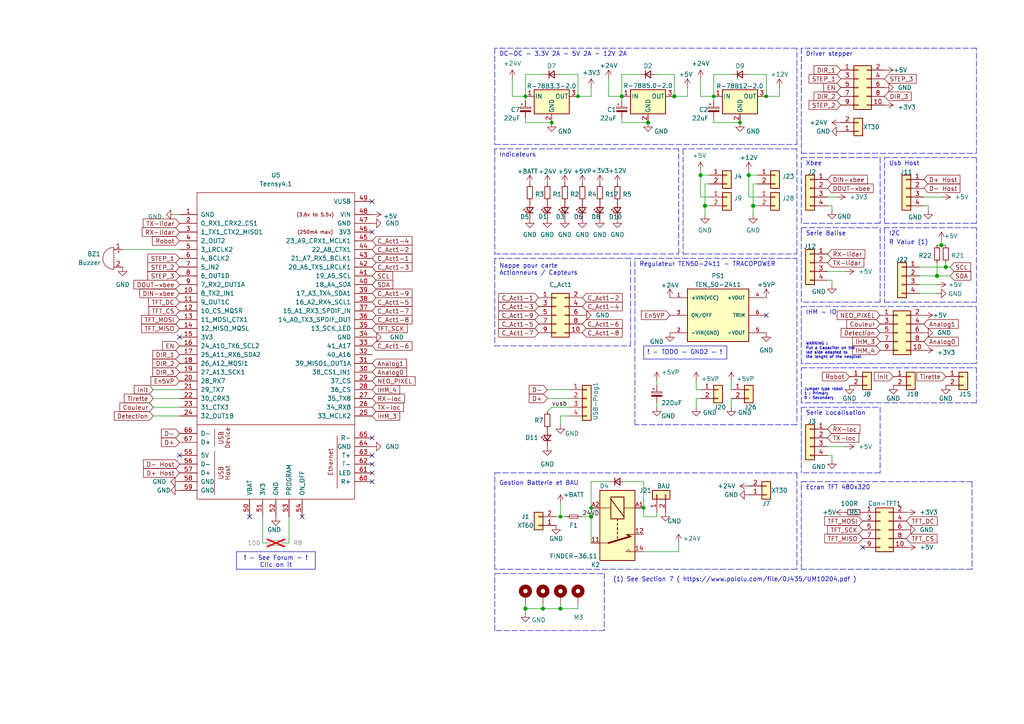
<source format=kicad_sch>
(kicad_sch (version 20230121) (generator eeschema)
  (paper "A4")
  (title_block (title "Main Board 2025") (date "2024-05-16") (rev "1") (company "Les Karibous") (comment 1 "Version Teensy 4.1"))
  (junction (at 204.47 59.69) (diameter 1.016))
  (junction (at 152.4 27.94))
  (junction (at 218.44 59.69) (diameter 1.016))
  (junction (at 162.56 149.86))
  (junction (at 207.01 27.94))
  (junction (at 271.78 80.01) (diameter 1.016))
  (junction (at 186.69 147.32))
  (junction (at 273.05 71.12) (diameter 1.016))
  (junction (at 160.02 35.56))
  (junction (at 222.25 27.94))
  (junction (at 217.17 50.8) (diameter 1.016))
  (junction (at 171.45 147.32))
  (junction (at 180.34 27.94) (diameter 1.016))
  (junction (at 171.45 149.86) (diameter 1.016))
  (junction (at 162.56 176.53) (diameter 1.016))
  (junction (at 157.48 176.53) (diameter 1.016))
  (junction (at 167.64 27.94))
  (junction (at 195.58 27.94) (diameter 1.016))
  (junction (at 187.96 35.56) (diameter 1.016))
  (junction (at 152.4 176.53) (diameter 1.016))
  (junction (at 203.2 50.8) (diameter 1.016))
  (junction (at 214.63 35.56))
  (junction (at 274.32 77.47) (diameter 1.016))
  (no_connect (at 107.95 127))
  (no_connect (at 222.25 91.44))
  (no_connect (at 250.19 158.75))
  (no_connect (at 87.63 149.86))
  (no_connect (at 52.07 132.08))
  (no_connect (at 107.95 58.42))
  (no_connect (at 72.39 149.86))
  (no_connect (at 107.95 67.31))
  (no_connect (at 107.95 134.62))
  (no_connect (at 107.95 137.16))
  (no_connect (at 52.07 97.79))
  (no_connect (at 107.95 132.08))
  (no_connect (at 107.95 139.7))
  (polyline (pts (xy 283.21 88.9) (xy 283.21 105.41)) (stroke (width 0) (type dash)))
  (wire (pts (xy 207.01 35.56) (xy 214.63 35.56)))
  (wire (pts (xy 190.5 21.59) (xy 195.58 21.59)))
  (wire (pts (xy 195.58 21.59) (xy 195.58 27.94)))
  (wire (pts (xy 44.45 120.65) (xy 52.07 120.65)))
  (wire (pts (xy 176.53 22.86) (xy 176.53 27.94)))
  (wire (pts (xy 240.03 132.08) (xy 241.3 132.08)))
  (wire (pts (xy 44.45 113.03) (xy 52.07 113.03)))
  (polyline (pts (xy 256.54 45.72) (xy 283.21 45.72)) (stroke (width 0) (type dash)))
  (polyline (pts (xy 231.14 123.19) (xy 184.15 123.19)) (stroke (width 0) (type dash)))
  (wire (pts (xy 207.01 21.59) (xy 207.01 27.94)))
  (polyline (pts (xy 283.21 116.84) (xy 232.41 116.84)) (stroke (width 0) (type dash)))
  (wire (pts (xy 160.02 118.11) (xy 158.75 119.38)))
  (polyline (pts (xy 175.26 182.88) (xy 143.51 182.88)) (stroke (width 0) (type dash)))
  (wire (pts (xy 203.2 22.86) (xy 203.2 27.94)))
  (wire (pts (xy 267.97 57.15) (xy 273.05 57.15)))
  (wire (pts (xy 271.78 80.01) (xy 275.59 80.01)))
  (wire (pts (xy 267.97 59.69) (xy 269.24 59.69)))
  (wire (pts (xy 186.69 147.32) (xy 186.69 149.86)))
  (polyline (pts (xy 231.14 74.93) (xy 231.14 123.19)) (stroke (width 0) (type dash)))
  (polyline (pts (xy 143.51 74.93) (xy 143.51 100.33)) (stroke (width 0) (type dash)))
  (wire (pts (xy 266.7 82.55) (xy 271.78 82.55)))
  (wire (pts (xy 82.55 157.48) (xy 83.82 157.48)))
  (wire (pts (xy 212.09 115.57) (xy 212.09 118.11)))
  (wire (pts (xy 152.4 34.29) (xy 152.4 35.56)))
  (wire (pts (xy 203.2 27.94) (xy 207.01 27.94)))
  (wire (pts (xy 274.32 76.2) (xy 274.32 77.47)))
  (wire (pts (xy 162.56 175.26) (xy 162.56 176.53)))
  (wire (pts (xy 50.8 62.23) (xy 52.07 62.23)))
  (polyline (pts (xy 232.41 116.84) (xy 232.41 106.68)) (stroke (width 0) (type dash)))
  (wire (pts (xy 217.17 50.8) (xy 217.17 49.53)))
  (wire (pts (xy 219.71 50.8) (xy 217.17 50.8)))
  (polyline (pts (xy 283.21 45.72) (xy 283.21 64.77)) (stroke (width 0) (type dash)))
  (wire (pts (xy 201.93 118.11) (xy 201.93 115.57)))
  (wire (pts (xy 201.93 115.57) (xy 203.2 115.57)))
  (wire (pts (xy 171.45 27.94) (xy 167.64 27.94)))
  (wire (pts (xy 165.1 118.11) (xy 160.02 118.11)))
  (wire (pts (xy 226.06 27.94) (xy 222.25 27.94)))
  (wire (pts (xy 190.5 148.59) (xy 190.5 149.86)))
  (wire (pts (xy 190.5 149.86) (xy 186.69 149.86)))
  (wire (pts (xy 180.34 27.94) (xy 180.34 29.21)))
  (wire (pts (xy 190.5 110.49) (xy 190.5 111.76)))
  (wire (pts (xy 180.34 34.29) (xy 180.34 35.56)))
  (wire (pts (xy 180.34 35.56) (xy 187.96 35.56)))
  (polyline (pts (xy 198.12 43.18) (xy 198.12 73.66)) (stroke (width 0) (type dash)))
  (wire (pts (xy 35.56 72.39) (xy 52.07 72.39)))
  (wire (pts (xy 158.75 113.03) (xy 165.1 113.03)))
  (wire (pts (xy 152.4 35.56) (xy 160.02 35.56)))
  (polyline (pts (xy 256.54 64.77) (xy 256.54 45.72)) (stroke (width 0) (type dash)))
  (wire (pts (xy 167.64 21.59) (xy 167.64 27.94)))
  (polyline (pts (xy 232.41 106.68) (xy 283.21 106.68)) (stroke (width 0) (type dash)))
  (polyline (pts (xy 232.41 139.7) (xy 281.94 139.7)) (stroke (width 0) (type dash)))
  (polyline (pts (xy 143.51 166.37) (xy 175.26 166.37)) (stroke (width 0) (type dash)))
  (wire (pts (xy 222.25 21.59) (xy 222.25 27.94)))
  (wire (pts (xy 76.2 149.86) (xy 76.2 157.48)))
  (wire (pts (xy 44.45 118.11) (xy 52.07 118.11)))
  (wire (pts (xy 203.2 57.15) (xy 203.2 50.8)))
  (wire (pts (xy 157.48 175.26) (xy 157.48 176.53)))
  (polyline (pts (xy 232.41 64.77) (xy 232.41 45.72)) (stroke (width 0) (type dash)))
  (wire (pts (xy 207.01 34.29) (xy 207.01 35.56)))
  (polyline (pts (xy 232.41 165.1) (xy 232.41 139.7)) (stroke (width 0) (type dash)))
  (wire (pts (xy 266.7 85.09) (xy 271.78 85.09)))
  (wire (pts (xy 201.93 113.03) (xy 201.93 110.49)))
  (wire (pts (xy 203.2 113.03) (xy 201.93 113.03)))
  (polyline (pts (xy 196.85 73.66) (xy 196.85 43.18)) (stroke (width 0) (type dash)))
  (wire (pts (xy 83.82 149.86) (xy 83.82 157.48)))
  (wire (pts (xy 76.2 157.48) (xy 77.47 157.48)))
  (polyline (pts (xy 184.15 123.19) (xy 184.15 74.93)) (stroke (width 0) (type dash)))
  (wire (pts (xy 273.05 69.85) (xy 273.05 71.12)))
  (wire (pts (xy 44.45 115.57) (xy 52.07 115.57)))
  (polyline (pts (xy 232.41 45.72) (xy 255.27 45.72)) (stroke (width 0) (type dash)))
  (wire (pts (xy 171.45 25.4) (xy 171.45 27.94)))
  (wire (pts (xy 148.59 27.94) (xy 152.4 27.94)))
  (polyline (pts (xy 184.15 74.93) (xy 231.14 74.93)) (stroke (width 0) (type dash)))
  (polyline (pts (xy 231.14 13.97) (xy 143.51 13.97)) (stroke (width 0) (type dash)))
  (polyline (pts (xy 231.14 41.91) (xy 231.14 13.97)) (stroke (width 0) (type dash)))
  (polyline (pts (xy 143.51 41.91) (xy 231.14 41.91)) (stroke (width 0) (type dash)))
  (polyline (pts (xy 143.51 13.97) (xy 143.51 41.91)) (stroke (width 0) (type dash)))
  (wire (pts (xy 171.45 147.32) (xy 171.45 139.7)))
  (wire (pts (xy 226.06 25.4) (xy 226.06 27.94)))
  (wire (pts (xy 157.48 21.59) (xy 152.4 21.59)))
  (wire (pts (xy 241.3 59.69) (xy 241.3 60.96)))
  (wire (pts (xy 162.56 120.65) (xy 162.56 123.19)))
  (wire (pts (xy 205.74 57.15) (xy 203.2 57.15)))
  (wire (pts (xy 240.03 78.74) (xy 245.11 78.74)))
  (polyline (pts (xy 231.14 43.18) (xy 198.12 43.18)) (stroke (width 0) (type dash)))
  (wire (pts (xy 218.44 59.69) (xy 219.71 59.69)))
  (wire (pts (xy 240.03 129.54) (xy 245.11 129.54)))
  (wire (pts (xy 176.53 27.94) (xy 180.34 27.94)))
  (polyline (pts (xy 232.41 118.11) (xy 232.41 137.16)) (stroke (width 0) (type dash)))
  (wire (pts (xy 152.4 21.59) (xy 152.4 27.94)))
  (wire (pts (xy 269.24 59.69) (xy 269.24 60.96)))
  (wire (pts (xy 205.74 50.8) (xy 203.2 50.8)))
  (polyline (pts (xy 232.41 66.04) (xy 232.41 87.63)) (stroke (width 0) (type dash)))
  (polyline (pts (xy 255.27 66.04) (xy 255.27 87.63)) (stroke (width 0) (type dash)))
  (polyline (pts (xy 232.41 66.04) (xy 255.27 66.04)) (stroke (width 0) (type dash)))
  (polyline (pts (xy 255.27 87.63) (xy 232.41 87.63)) (stroke (width 0) (type dash)))
  (wire (pts (xy 266.7 80.01) (xy 271.78 80.01)))
  (wire (pts (xy 271.78 76.2) (xy 271.78 80.01)))
  (wire (pts (xy 204.47 59.69) (xy 205.74 59.69)))
  (wire (pts (xy 181.61 139.7) (xy 186.69 139.7)))
  (wire (pts (xy 203.2 50.8) (xy 203.2 49.53)))
  (wire (pts (xy 196.85 157.48) (xy 196.85 160.02)))
  (polyline (pts (xy 143.51 43.18) (xy 143.51 73.66)) (stroke (width 0) (type dash)))
  (polyline (pts (xy 143.51 165.1) (xy 143.51 137.16)) (stroke (width 0) (type dash)))
  (polyline (pts (xy 231.14 137.16) (xy 231.14 165.1)) (stroke (width 0) (type dash)))
  (polyline (pts (xy 143.51 137.16) (xy 231.14 137.16)) (stroke (width 0) (type dash)))
  (polyline (pts (xy 231.14 165.1) (xy 143.51 165.1)) (stroke (width 0) (type dash)))
  (polyline (pts (xy 182.88 74.93) (xy 143.51 74.93)) (stroke (width 0) (type dash)))
  (wire (pts (xy 205.74 53.34) (xy 204.47 53.34)))
  (wire (pts (xy 271.78 71.12) (xy 273.05 71.12)))
  (wire (pts (xy 273.05 71.12) (xy 274.32 71.12)))
  (wire (pts (xy 212.09 21.59) (xy 207.01 21.59)))
  (wire (pts (xy 204.47 53.34) (xy 204.47 59.69)))
  (wire (pts (xy 204.47 59.69) (xy 204.47 62.23)))
  (wire (pts (xy 185.42 21.59) (xy 180.34 21.59)))
  (wire (pts (xy 180.34 21.59) (xy 180.34 27.94)))
  (wire (pts (xy 199.39 25.4) (xy 199.39 27.94)))
  (wire (pts (xy 199.39 27.94) (xy 195.58 27.94)))
  (wire (pts (xy 190.5 116.84) (xy 190.5 118.11)))
  (wire (pts (xy 186.69 139.7) (xy 186.69 147.32)))
  (wire (pts (xy 171.45 149.86) (xy 171.45 147.32)))
  (wire (pts (xy 171.45 139.7) (xy 176.53 139.7)))
  (polyline (pts (xy 143.51 100.33) (xy 182.88 100.33)) (stroke (width 0) (type dash)))
  (wire (pts (xy 217.17 57.15) (xy 217.17 50.8)))
  (wire (pts (xy 219.71 57.15) (xy 217.17 57.15)))
  (wire (pts (xy 240.03 81.28) (xy 241.3 81.28)))
  (wire (pts (xy 241.3 81.28) (xy 241.3 82.55)))
  (polyline (pts (xy 281.94 139.7) (xy 281.94 165.1)) (stroke (width 0) (type dash)))
  (polyline (pts (xy 231.14 73.66) (xy 231.14 43.18)) (stroke (width 0) (type dash)))
  (wire (pts (xy 186.69 160.02) (xy 196.85 160.02)))
  (wire (pts (xy 148.59 22.86) (xy 148.59 27.94)))
  (polyline (pts (xy 283.21 106.68) (xy 283.21 116.84)) (stroke (width 0) (type dash)))
  (wire (pts (xy 162.56 149.86) (xy 163.83 149.86)))
  (wire (pts (xy 162.56 146.05) (xy 162.56 149.86)))
  (polyline (pts (xy 283.21 105.41) (xy 232.41 105.41)) (stroke (width 0) (type dash)))
  (polyline (pts (xy 255.27 64.77) (xy 232.41 64.77)) (stroke (width 0) (type dash)))
  (wire (pts (xy 217.17 21.59) (xy 222.25 21.59)))
  (polyline (pts (xy 143.51 73.66) (xy 196.85 73.66)) (stroke (width 0) (type dash)))
  (wire (pts (xy 207.01 27.94) (xy 207.01 29.21)))
  (wire (pts (xy 240.03 57.15) (xy 242.57 57.15)))
  (polyline (pts (xy 232.41 88.9) (xy 283.21 88.9)) (stroke (width 0) (type dash)))
  (polyline (pts (xy 255.27 45.72) (xy 255.27 64.77)) (stroke (width 0) (type dash)))
  (polyline (pts (xy 143.51 182.88) (xy 143.51 166.37)) (stroke (width 0) (type dash)))
  (wire (pts (xy 171.45 149.86) (xy 171.45 157.48)))
  (polyline (pts (xy 182.88 100.33) (xy 182.88 74.93)) (stroke (width 0) (type dash)))
  (wire (pts (xy 168.91 149.86) (xy 171.45 149.86)))
  (wire (pts (xy 162.56 120.65) (xy 165.1 120.65)))
  (wire (pts (xy 152.4 27.94) (xy 152.4 29.21)))
  (wire (pts (xy 212.09 110.49) (xy 212.09 113.03)))
  (polyline (pts (xy 196.85 43.18) (xy 143.51 43.18)) (stroke (width 0) (type dash)))
  (polyline (pts (xy 281.94 165.1) (xy 232.41 165.1)) (stroke (width 0) (type dash)))
  (wire (pts (xy 158.75 115.57) (xy 165.1 115.57)))
  (polyline (pts (xy 283.21 87.63) (xy 283.21 66.04)) (stroke (width 0) (type dash)))
  (polyline (pts (xy 256.54 87.63) (xy 283.21 87.63)) (stroke (width 0) (type dash)))
  (polyline (pts (xy 283.21 66.04) (xy 256.54 66.04)) (stroke (width 0) (type dash)))
  (polyline (pts (xy 256.54 66.04) (xy 256.54 87.63)) (stroke (width 0) (type dash)))
  (wire (pts (xy 274.32 77.47) (xy 275.59 77.47)))
  (wire (pts (xy 266.7 77.47) (xy 274.32 77.47)))
  (wire (pts (xy 240.03 59.69) (xy 241.3 59.69)))
  (polyline (pts (xy 232.41 13.97) (xy 232.41 44.45)) (stroke (width 0) (type dash)))
  (polyline (pts (xy 232.41 44.45) (xy 283.21 44.45)) (stroke (width 0) (type dash)))
  (polyline (pts (xy 283.21 44.45) (xy 283.21 13.97)) (stroke (width 0) (type dash)))
  (polyline (pts (xy 283.21 13.97) (xy 232.41 13.97)) (stroke (width 0) (type dash)))
  (polyline (pts (xy 255.27 137.16) (xy 232.41 137.16)) (stroke (width 0) (type dash)))
  (polyline (pts (xy 198.12 73.66) (xy 231.14 73.66)) (stroke (width 0) (type dash)))
  (polyline (pts (xy 175.26 166.37) (xy 175.26 182.88)) (stroke (width 0) (type dash)))
  (polyline (pts (xy 232.41 118.11) (xy 255.27 118.11)) (stroke (width 0) (type dash)))
  (wire (pts (xy 157.48 176.53) (xy 152.4 176.53)))
  (wire (pts (xy 167.64 175.26) (xy 167.64 176.53)))
  (wire (pts (xy 167.64 176.53) (xy 162.56 176.53)))
  (wire (pts (xy 162.56 176.53) (xy 157.48 176.53)))
  (wire (pts (xy 161.29 149.86) (xy 162.56 149.86)))
  (polyline (pts (xy 283.21 64.77) (xy 256.54 64.77)) (stroke (width 0) (type dash)))
  (polyline (pts (xy 232.41 105.41) (xy 232.41 88.9)) (stroke (width 0) (type dash)))
  (wire (pts (xy 152.4 175.26) (xy 152.4 176.53)))
  (wire (pts (xy 152.4 176.53) (xy 152.4 177.8)))
  (wire (pts (xy 162.56 21.59) (xy 167.64 21.59)))
  (polyline (pts (xy 255.27 118.11) (xy 255.27 137.16)) (stroke (width 0) (type dash)))
  (wire (pts (xy 241.3 132.08) (xy 241.3 133.35)))
  (wire (pts (xy 218.44 53.34) (xy 218.44 59.69)))
  (wire (pts (xy 219.71 53.34) (xy 218.44 53.34)))
  (wire (pts (xy 218.44 59.69) (xy 218.44 62.23)))
  (text_box "! - See Forum - !\nClic on it" (at 68.58 160.02 0) (size 22.86 5.08) (effects (font (size 1.27 1.27)) (justify top)))
  (text_box "! - TODO - GND2 - !" (at 186.69 100.33 0) (size 24.13 3.81) (effects (font (size 1.27 1.27)) (justify left top)))
  (text "Serie Localisation" (at 233.68 120.65 0) (effects (font (size 1.27 1.27)) (justify left bottom)))
  (text "Nappe pour carte\nActionneurs / Capteurs" (at 144.78 80.01 0) (effects (font (size 1.27 1.27)) (justify left bottom)))
  (text "Gestion Batterie et BAU" (at 144.78 140.97 0) (effects (font (size 1.27 1.27)) (justify left bottom)))
  (text "WARNING :\nPut a Capacitor on the \nled side adapted to \nthe lenght of the neopixel" (at 233.68 104.14 0) (effects (font (size 0.8 0.8)) (justify left bottom)))
  (text "Usb Host" (at 257.81 48.26 0) (effects (font (size 1.27 1.27)) (justify left bottom)))
  (text "(1) See Section 7 ( https://www.pololu.com/file/0J435/UM10204.pdf )" (at 177.8 168.91 0) (effects (font (size 1.27 1.27)) (justify left bottom)))
  (text "Serie Balise" (at 233.68 68.58 0) (effects (font (size 1.27 1.27)) (justify left bottom)))
  (text "Jumper type robot\n1 : Primary\n0 : Secondary" (at 233.2093 116.0303 0) (effects (font (size 0.8 0.8)) (justify left bottom)))
  (text "Driver stepper" (at 233.68 16.51 0) (effects (font (size 1.27 1.27)) (justify left bottom)))
  (text "Xbee" (at 233.68 48.26 0) (effects (font (size 1.27 1.27)) (justify left bottom)))
  (text "Ecran TFT 480x320" (at 233.68 142.24 0) (effects (font (size 1.27 1.27)) (justify left bottom)))
  (text "DC-DC - 3.3V 2A - 5V 2A - 12V 2A" (at 144.78 16.51 0) (effects (font (size 1.27 1.27)) (justify left bottom)))
  (text "R Value (1)" (at 257.81 71.12 0) (effects (font (size 1.27 1.27)) (justify left bottom)))
  (text "Regulateur TEN50-2411 - TRACOPOWER" (at 185.42 77.47 0) (effects (font (size 1.27 1.27)) (justify left bottom)))
  (text "Indicateurs" (at 144.78 45.72 0) (effects (font (size 1.27 1.27)) (justify left bottom)))
  (text "IHM - IO" (at 233.68 91.44 0) (effects (font (size 1.27 1.27)) (justify left bottom)))
  (text "I2C" (at 257.81 68.58 0) (effects (font (size 1.27 1.27)) (justify left bottom)))
  (label "vusb" (at 160.02 118.11 0))
  (label "24VD" (at 168.91 149.86 0))
  (global_label "C_Act1-5" (shape input) (at 107.95 87.63 0) (property "Intersheetrefs" "${INTERSHEET_REFS}" (effects hide)))
  (global_label "Couleur" (shape input) (at 255.27 93.98 180) (property "Intersheetrefs" "${INTERSHEET_REFS}" (effects hide)))
  (global_label "EN" (shape input) (at 243.84 25.4 180) (property "Intersheetrefs" "${INTERSHEET_REFS}" (effects hide)))
  (global_label "C_Act1-4" (shape input) (at 168.91 88.9 0) (property "Intersheetrefs" "${INTERSHEET_REFS}" (effects hide)))
  (global_label "NEO_PIXEL" (shape input) (at 255.27 91.44 180) (property "Intersheetrefs" "${INTERSHEET_REFS}" (effects hide)))
  (global_label "C_Act1-3" (shape input) (at 156.21 88.9 180) (property "Intersheetrefs" "${INTERSHEET_REFS}" (effects hide)))
  (global_label "TFT_CS" (shape input) (at 262.89 156.21 0) (property "Intersheetrefs" "${INTERSHEET_REFS}" (effects hide)))
  (global_label "TFT_DC" (shape input) (at 52.07 87.63 180) (property "Intersheetrefs" "${INTERSHEET_REFS}" (effects hide)))
  (global_label "SDA" (shape input) (at 107.95 82.55 0) (property "Intersheetrefs" "${INTERSHEET_REFS}" (effects hide)))
  (global_label "DOUT-xbee" (shape input) (at 240.03 54.61 0) (property "Intersheetrefs" "${INTERSHEET_REFS}" (effects hide)))
  (global_label "SCL" (shape input) (at 275.59 77.47 0) (property "Intersheetrefs" "${INTERSHEET_REFS}" (effects hide)))
  (global_label "RX-lidar" (shape input) (at 52.07 67.31 180) (property "Intersheetrefs" "${INTERSHEET_REFS}" (effects hide)))
  (global_label "DIR_1" (shape input) (at 243.84 20.32 180) (property "Intersheetrefs" "${INTERSHEET_REFS}" (effects hide)))
  (global_label "TFT_CS" (shape input) (at 52.07 90.17 180) (property "Intersheetrefs" "${INTERSHEET_REFS}" (effects hide)))
  (global_label "STEP_2" (shape input) (at 243.84 30.48 180) (property "Intersheetrefs" "${INTERSHEET_REFS}" (effects hide)))
  (global_label "Robot" (shape input) (at 246.38 109.22 180) (property "Intersheetrefs" "${INTERSHEET_REFS}" (effects hide)))
  (global_label "TFT_MISO" (shape input) (at 52.07 95.25 180) (property "Intersheetrefs" "${INTERSHEET_REFS}" (effects hide)))
  (global_label "TFT_MOSI" (shape input) (at 52.07 92.71 180) (property "Intersheetrefs" "${INTERSHEET_REFS}" (effects hide)))
  (global_label "C_Act1-8" (shape input) (at 168.91 96.52 0) (property "Intersheetrefs" "${INTERSHEET_REFS}" (effects hide)))
  (global_label "DIN-xbee" (shape input) (at 240.03 52.07 0) (property "Intersheetrefs" "${INTERSHEET_REFS}" (effects hide)))
  (global_label "Analog1" (shape input) (at 267.97 93.98 0) (property "Intersheetrefs" "${INTERSHEET_REFS}" (effects hide)))
  (global_label "C_Act1-4" (shape input) (at 107.95 69.85 0) (property "Intersheetrefs" "${INTERSHEET_REFS}" (effects hide)))
  (global_label "Analog0" (shape input) (at 267.97 99.06 0) (property "Intersheetrefs" "${INTERSHEET_REFS}" (effects hide)))
  (global_label "STEP_2" (shape input) (at 52.07 77.47 180) (property "Intersheetrefs" "${INTERSHEET_REFS}" (effects hide)))
  (global_label "SDA" (shape input) (at 275.59 80.01 0) (property "Intersheetrefs" "${INTERSHEET_REFS}" (effects hide)))
  (global_label "DIR_1" (shape input) (at 52.07 102.87 180) (property "Intersheetrefs" "${INTERSHEET_REFS}" (effects hide)))
  (global_label "D+" (shape input) (at 158.75 115.57 180) (property "Intersheetrefs" "${INTERSHEET_REFS}" (effects hide)))
  (global_label "STEP_3" (shape input) (at 256.54 22.86 0) (property "Intersheetrefs" "${INTERSHEET_REFS}" (effects hide)))
  (global_label "Init" (shape input) (at 44.45 113.03 180) (property "Intersheetrefs" "${INTERSHEET_REFS}" (effects hide)))
  (global_label "TFT_MISO" (shape input) (at 250.19 156.21 180) (property "Intersheetrefs" "${INTERSHEET_REFS}" (effects hide)))
  (global_label "D+ Host" (shape input) (at 52.07 137.16 180) (property "Intersheetrefs" "${INTERSHEET_REFS}" (effects hide)))
  (global_label "C_Act1-1" (shape input) (at 107.95 74.93 0) (property "Intersheetrefs" "${INTERSHEET_REFS}" (effects hide)))
  (global_label "DIR_3" (shape input) (at 256.54 27.94 0) (property "Intersheetrefs" "${INTERSHEET_REFS}" (effects hide)))
  (global_label "C_Act1-5" (shape input) (at 156.21 93.98 180) (property "Intersheetrefs" "${INTERSHEET_REFS}" (effects hide)))
  (global_label "STEP_3" (shape input) (at 52.07 80.01 180) (property "Intersheetrefs" "${INTERSHEET_REFS}" (effects hide)))
  (global_label "C_Act1-1" (shape input) (at 156.21 86.36 180) (property "Intersheetrefs" "${INTERSHEET_REFS}" (effects hide)))
  (global_label "DIR_3" (shape input) (at 52.07 107.95 180) (property "Intersheetrefs" "${INTERSHEET_REFS}" (effects hide)))
  (global_label "Init" (shape input) (at 259.08 109.22 180) (property "Intersheetrefs" "${INTERSHEET_REFS}" (effects hide)))
  (global_label "Analog1" (shape input) (at 107.95 105.41 0) (property "Intersheetrefs" "${INTERSHEET_REFS}" (effects hide)))
  (global_label "C_Act1-7" (shape input) (at 107.95 90.17 0) (property "Intersheetrefs" "${INTERSHEET_REFS}" (effects hide)))
  (global_label "TFT_SCK" (shape input) (at 107.95 95.25 0) (property "Intersheetrefs" "${INTERSHEET_REFS}" (effects hide)))
  (global_label "DIR_2" (shape input) (at 243.84 27.94 180) (property "Intersheetrefs" "${INTERSHEET_REFS}" (effects hide)))
  (global_label "IHM_3" (shape input) (at 255.27 99.06 180) (property "Intersheetrefs" "${INTERSHEET_REFS}" (effects hide)))
  (global_label "Detection" (shape input) (at 44.45 120.65 180) (property "Intersheetrefs" "${INTERSHEET_REFS}" (effects hide)))
  (global_label "D- Host" (shape input) (at 267.97 54.61 0) (property "Intersheetrefs" "${INTERSHEET_REFS}" (effects hide)))
  (global_label "C_Act1-6" (shape input) (at 168.91 93.98 0) (property "Intersheetrefs" "${INTERSHEET_REFS}" (effects hide)))
  (global_label "TX-loc" (shape input) (at 240.03 127 0) (property "Intersheetrefs" "${INTERSHEET_REFS}" (effects hide)))
  (global_label "EN" (shape input) (at 52.07 100.33 180) (property "Intersheetrefs" "${INTERSHEET_REFS}" (effects hide)))
  (global_label "IHM_3" (shape input) (at 107.95 120.65 0) (property "Intersheetrefs" "${INTERSHEET_REFS}" (effects hide)))
  (global_label "TFT_MOSI" (shape input) (at 250.19 151.13 180) (property "Intersheetrefs" "${INTERSHEET_REFS}" (effects hide)))
  (global_label "En5VP" (shape input) (at 52.07 110.49 180) (property "Intersheetrefs" "${INTERSHEET_REFS}" (effects hide)))
  (global_label "D-" (shape input) (at 158.75 113.03 180) (property "Intersheetrefs" "${INTERSHEET_REFS}" (effects hide)))
  (global_label "IHM_4" (shape input) (at 255.27 101.6 180) (property "Intersheetrefs" "${INTERSHEET_REFS}" (effects hide)))
  (global_label "TFT_SCK" (shape input) (at 250.19 153.67 180) (property "Intersheetrefs" "${INTERSHEET_REFS}" (effects hide)))
  (global_label "C_Act1-3" (shape input) (at 107.95 77.47 0) (property "Intersheetrefs" "${INTERSHEET_REFS}" (effects hide)))
  (global_label "C_Act1-9" (shape input) (at 156.21 91.44 180) (property "Intersheetrefs" "${INTERSHEET_REFS}" (effects hide)))
  (global_label "RX-loc" (shape input) (at 240.03 124.46 0) (property "Intersheetrefs" "${INTERSHEET_REFS}" (effects hide)))
  (global_label "IHM_4" (shape input) (at 107.95 113.03 0) (property "Intersheetrefs" "${INTERSHEET_REFS}" (effects hide)))
  (global_label "C_Act1-2" (shape input) (at 168.91 86.36 0) (property "Intersheetrefs" "${INTERSHEET_REFS}" (effects hide)))
  (global_label "RX-loc" (shape input) (at 107.95 115.57 0) (property "Intersheetrefs" "${INTERSHEET_REFS}" (effects hide)))
  (global_label "STEP_1" (shape input) (at 243.84 22.86 180) (property "Intersheetrefs" "${INTERSHEET_REFS}" (effects hide)))
  (global_label "TX-loc" (shape input) (at 107.95 118.11 0) (property "Intersheetrefs" "${INTERSHEET_REFS}" (effects hide)))
  (global_label "DIR_2" (shape input) (at 52.07 105.41 180) (property "Intersheetrefs" "${INTERSHEET_REFS}" (effects hide)))
  (global_label "D-" (shape input) (at 52.07 125.73 180) (property "Intersheetrefs" "${INTERSHEET_REFS}" (effects hide)))
  (global_label "DIN-xbee" (shape input) (at 52.07 85.09 180) (property "Intersheetrefs" "${INTERSHEET_REFS}" (effects hide)))
  (global_label "TX-lidar" (shape input) (at 52.07 64.77 180) (property "Intersheetrefs" "${INTERSHEET_REFS}" (effects hide)))
  (global_label "RX-lidar" (shape input) (at 240.03 73.66 0) (property "Intersheetrefs" "${INTERSHEET_REFS}" (effects hide)))
  (global_label "SCL" (shape input) (at 107.95 80.01 0) (property "Intersheetrefs" "${INTERSHEET_REFS}" (effects hide)))
  (global_label "Robot" (shape input) (at 52.07 69.85 180) (property "Intersheetrefs" "${INTERSHEET_REFS}" (effects hide)))
  (global_label "DOUT-xbee" (shape input) (at 52.07 82.55 180) (property "Intersheetrefs" "${INTERSHEET_REFS}" (effects hide)))
  (global_label "C_Act1-8" (shape input) (at 107.95 92.71 0) (property "Intersheetrefs" "${INTERSHEET_REFS}" (effects hide)))
  (global_label "C_Act1-6" (shape input) (at 107.95 100.33 0) (property "Intersheetrefs" "${INTERSHEET_REFS}" (effects hide)))
  (global_label "C_Act1-7" (shape input) (at 156.21 96.52 180) (property "Intersheetrefs" "${INTERSHEET_REFS}" (effects hide)))
  (global_label "TFT_DC" (shape input) (at 262.89 151.13 0) (property "Intersheetrefs" "${INTERSHEET_REFS}" (effects hide)))
  (global_label "NEO_PIXEL" (shape input) (at 107.95 110.49 0) (property "Intersheetrefs" "${INTERSHEET_REFS}" (effects hide)))
  (global_label "TX-lidar" (shape input) (at 240.03 76.2 0) (property "Intersheetrefs" "${INTERSHEET_REFS}" (effects hide)))
  (global_label "STEP_1" (shape input) (at 52.07 74.93 180) (property "Intersheetrefs" "${INTERSHEET_REFS}" (effects hide)))
  (global_label "C_Act1-2" (shape input) (at 107.95 72.39 0) (property "Intersheetrefs" "${INTERSHEET_REFS}" (effects hide)))
  (global_label "D- Host" (shape input) (at 52.07 134.62 180) (property "Intersheetrefs" "${INTERSHEET_REFS}" (effects hide)))
  (global_label "Tirette" (shape input) (at 274.32 109.22 180) (property "Intersheetrefs" "${INTERSHEET_REFS}" (effects hide)))
  (global_label "Tirette" (shape input) (at 44.45 115.57 180) (property "Intersheetrefs" "${INTERSHEET_REFS}" (effects hide)))
  (global_label "En5VP" (shape input) (at 194.31 91.44 180) (property "Intersheetrefs" "${INTERSHEET_REFS}" (effects hide)))
  (global_label "Couleur" (shape input) (at 44.45 118.11 180) (property "Intersheetrefs" "${INTERSHEET_REFS}" (effects hide)))
  (global_label "D+" (shape input) (at 52.07 128.27 180) (property "Intersheetrefs" "${INTERSHEET_REFS}" (effects hide)))
  (global_label "Detection" (shape input) (at 255.27 96.52 180) (property "Intersheetrefs" "${INTERSHEET_REFS}" (effects hide)))
  (global_label "D+ Host" (shape input) (at 267.97 52.07 0) (property "Intersheetrefs" "${INTERSHEET_REFS}" (effects hide)))
  (global_label "Analog0" (shape input) (at 107.95 107.95 0) (property "Intersheetrefs" "${INTERSHEET_REFS}" (effects hide)))
  (global_label "C_Act1-9" (shape input) (at 107.95 85.09 0) (property "Intersheetrefs" "${INTERSHEET_REFS}" (effects hide)))
  (symbol (lib_id "Connector_Generic:Conn_02x05_Odd_Even") (at 260.35 96.52 0) (unit 1)
    (property "Reference" "IHM-IO1" (effects hide))
    (property "Value" "Conn_02x05_Odd_Even" (effects hide))
    (property "Footprint" "Connector_IDC:IDC-Header_2x05_P2.54mm_Vertical" (effects hide))
  )
  (symbol (lib_id "power:GND") (at 173.99 63.5 0) (unit 1)
    (property "Reference" "#PWR0178" (effects hide))
    (property "Value" "GND" (at 173.99 68.0626 0))
  )
  (symbol (lib_id "power:GND") (at 214.63 35.56 0) (unit 1)
    (property "Reference" "#PWR07" (effects hide))
    (property "Value" "GND" (at 218.44 38.1 0))
  )
  (symbol (lib_id "power:+24V") (at 158.75 53.34 0) (unit 1)
    (property "Reference" "#PWR0152" (effects hide))
    (property "Value" "+24V" (at 158.75 49.7354 0))
  )
  (symbol (lib_id "power:GND") (at 218.44 62.23 0) (unit 1)
    (property "Reference" "#PWR0137" (effects hide))
    (property "Value" "GND" (at 218.44 66.7926 0))
  )
  (symbol (lib_id "power:GND") (at 163.83 63.5 0) (unit 1)
    (property "Reference" "#PWR0151" (effects hide))
    (property "Value" "GND" (at 163.83 68.0626 0))
  )
  (symbol (lib_id "power:GND") (at 267.97 96.52 90) (unit 1)
    (property "Reference" "#PWR04" (effects hide))
    (property "Value" "GND" (at 271.78 96.52 90) (effects (justify right)))
  )
  (symbol (lib_id "Device:LED_Small") (at 163.83 60.96 90) (unit 1)
    (property "Reference" "D3" (at 161.1577 62.8767 90) (effects (justify right)))
    (property "Value" "LED_Small" (effects hide))
    (property "Footprint" "LED_SMD:LED_1206_3216Metric_Pad1.42x1.75mm_HandSolder" (effects hide))
  )
  (symbol (lib_id "power:GND") (at 179.07 63.5 0) (unit 1)
    (property "Reference" "#PWR025" (effects hide))
    (property "Value" "GND" (at 179.07 68.0626 0))
  )
  (symbol (lib_id "Device:R_Small") (at 80.01 157.48 270) (unit 1) (dnp yes)
    (property "Reference" "R8" (at 86.36 157.48 90))
    (property "Value" "100" (at 73.66 157.48 90))
    (property "Footprint" "Resistor_SMD:R_1206_3216Metric_Pad1.30x1.75mm_HandSolder" (effects hide))
    (property "Datasheet" "https://forum.pjrc.com/index.php?threads/teensy-3-6-jumping-into-bootloader-while-running-code.60368/" (effects hide))
  )
  (symbol (lib_id "power:GND") (at 193.04 148.59 0) (unit 1)
    (property "Reference" "#PWR0143" (effects hide))
    (property "Value" "GND" (at 195.58 151.13 0))
  )
  (symbol (lib_id "power:+5V") (at 245.11 148.59 90) (unit 1)
    (property "Reference" "#PWR017" (effects hide))
    (property "Value" "+5V" (at 242.57 148.59 90) (effects (justify left)))
  )
  (symbol (lib_id "Device:R_Small") (at 163.83 55.88 180) (unit 1)
    (property "Reference" "R2" (at 165.3287 56.359 0) (effects (justify right)))
    (property "Value" "R_Small" (effects hide))
    (property "Footprint" "Resistor_SMD:R_1206_3216Metric_Pad1.30x1.75mm_HandSolder" (effects hide))
  )
  (symbol (lib_id "power:GND") (at 158.75 63.5 0) (unit 1)
    (property "Reference" "#PWR0106" (effects hide))
    (property "Value" "GND" (at 158.75 68.0626 0))
  )
  (symbol (lib_id "Device:LED_Small") (at 158.75 60.96 90) (unit 1)
    (property "Reference" "D1" (at 156.0958 62.8111 90) (effects (justify right)))
    (property "Value" "LED_Small" (effects hide))
    (property "Footprint" "LED_SMD:LED_1206_3216Metric_Pad1.42x1.75mm_HandSolder" (effects hide))
  )
  (symbol (lib_id "power:+24V") (at 196.85 157.48 0) (unit 1)
    (property "Reference" "#PWR0157" (effects hide))
    (property "Value" "+24V" (at 200.66 156.21 0))
  )
  (symbol (lib_id "power:+24V") (at 194.31 86.36 0) (unit 1)
    (property "Reference" "#PWR01" (effects hide))
    (property "Value" "+24V" (at 194.31 82.7554 0))
  )
  (symbol (lib_id "power:+5VP") (at 201.93 110.49 0) (unit 1)
    (property "Reference" "#PWR0163" (effects hide))
    (property "Value" "+5VP" (at 203.3271 109.8895 0) (effects (justify left)))
  )
  (symbol (lib_id "Device:LED_Small") (at 153.67 60.96 90) (unit 1)
    (property "Reference" "D5" (at 153.5436 62.8919 90) (effects (justify left)))
    (property "Value" "LED_Small" (effects hide))
    (property "Footprint" "LED_SMD:LED_1206_3216Metric_Pad1.42x1.75mm_HandSolder" (effects hide))
  )
  (symbol (lib_id "power:+24V") (at 217.17 140.97 90) (unit 1)
    (property "Reference" "#PWR0189" (effects hide))
    (property "Value" "+24V" (at 213.36 140.9699 90) (effects (justify left)))
  )
  (symbol (lib_id "Device:R_Small") (at 158.75 121.92 180) (unit 1)
    (property "Reference" "R7" (at 154.94 121.92 0) (effects (justify right)))
    (property "Value" "R_Small" (effects hide))
    (property "Footprint" "Resistor_SMD:R_1206_3216Metric_Pad1.30x1.75mm_HandSolder" (effects hide))
  )
  (symbol (lib_id "Device:R_Small") (at 168.91 55.88 180) (unit 1)
    (property "Reference" "R4" (at 170.4087 56.359 0) (effects (justify right)))
    (property "Value" "R_Small" (effects hide))
    (property "Footprint" "Resistor_SMD:R_1206_3216Metric_Pad1.30x1.75mm_HandSolder" (effects hide))
  )
  (symbol (lib_id "power:GND") (at 50.8 62.23 270) (unit 1)
    (property "Reference" "#PWR030" (effects hide))
    (property "Value" "GND" (at 46.99 62.865 90) (effects (justify right)))
  )
  (symbol (lib_id "Connector_Generic:Conn_01x02") (at 224.79 50.8 0) (unit 1)
    (property "Reference" "J23" (at 226.8221 51.1615 0) (effects (justify left)))
    (property "Value" "Conn_01x02" (effects hide))
    (property "Footprint" "Connector_Molex:Molex_KK-254_AE-6410-02A_1x02_P2.54mm_Vertical" (effects hide))
  )
  (symbol (lib_id "power:+5V") (at 245.11 129.54 270) (unit 1)
    (property "Reference" "#PWR042" (effects hide))
    (property "Value" "+5V" (at 248.92 129.54 90) (effects (justify left)))
  )
  (symbol (lib_id "Connector_Generic:Conn_01x02") (at 190.5 143.51 90) (unit 1)
    (property "Reference" "J21" (at 185.42 142.24 90) (effects (justify right)))
    (property "Value" "BAU" (at 190.5 140.97 90) (effects (justify right)))
    (property "Footprint" "Connector_Molex:Molex_KK-396_A-41791-0002_1x02_P3.96mm_Vertical" (effects hide))
  )
  (symbol (lib_id "Connector_Generic:Conn_02x05_Odd_Even") (at 161.29 91.44 0) (unit 1)
    (property "Reference" "C_Act1" (at 162.56 82.55 0))
    (property "Value" "Conn_02x05_Odd_Even" (effects hide))
    (property "Footprint" "Connector_IDC:IDC-Header_2x05_P2.54mm_Vertical" (effects hide))
  )
  (symbol (lib_id "Mechanical:MountingHole_Pad") (at 152.4 172.72 0) (unit 1)
    (property "Reference" "H1" (effects hide))
    (property "Value" "M3" (effects hide))
    (property "Footprint" "MountingHole:MountingHole_3.2mm_M3_Pad_Via" (effects hide))
  )
  (symbol (lib_id "Device:LED_Small") (at 173.99 60.96 90) (unit 1)
    (property "Reference" "D8" (at 171.4825 62.8919 90) (effects (justify right)))
    (property "Value" "LED_Small" (effects hide))
    (property "Footprint" "LED_SMD:LED_1206_3216Metric_Pad1.42x1.75mm_HandSolder" (effects hide))
  )
  (symbol (lib_id "Device:R_Small") (at 247.65 148.59 90) (unit 1)
    (property "Reference" "R6" (at 247.65 148.59 90))
    (property "Value" "100R" (at 248.92 146.05 90) (effects (justify left)))
    (property "Footprint" "Resistor_SMD:R_1206_3216Metric_Pad1.30x1.75mm_HandSolder" (effects hide))
  )
  (symbol (lib_id "Connector_Generic:Conn_02x05_Odd_Even") (at 255.27 153.67 0) (unit 1)
    (property "Reference" "Con-TFT1" (at 256.54 146.05 0))
    (property "Value" "Conn_02x05_Odd_Even" (effects hide))
    (property "Footprint" "Connector_IDC:IDC-Header_2x05_P2.54mm_Vertical" (effects hide))
  )
  (symbol (lib_id "power:+5V") (at 256.54 20.32 270) (unit 1)
    (property "Reference" "#PWR038" (effects hide))
    (property "Value" "+5V" (at 259.08 20.32 90) (effects (justify left)))
  )
  (symbol (lib_id "Device:LED_Small") (at 179.07 60.96 90) (unit 1)
    (property "Reference" "D10" (at 176.5625 62.8919 90) (effects (justify right)))
    (property "Value" "LED_Small" (effects hide))
    (property "Footprint" "LED_SMD:LED_1206_3216Metric_Pad1.42x1.75mm_HandSolder" (effects hide))
  )
  (symbol (lib_id "Regulator_Switching:R-78B5.0-2.0") (at 187.96 27.94 0) (unit 1)
    (property "Reference" "U4" (effects hide))
    (property "Value" "R-78B5.0-2.0" (at 187.96 24.8435 0))
    (property "Footprint" "Converter_DCDC:Converter_DCDC_RECOM_R-78B-2.0_THT" (effects hide))
    (property "Datasheet" "https://www.recom-power.com/pdf/Innoline/R-78Bxx-2.0.pdf" (effects hide))
  )
  (symbol (lib_id "power:GND") (at 107.95 97.79 90) (unit 1)
    (property "Reference" "#PWR035" (effects hide))
    (property "Value" "GND" (at 113.03 97.79 90) (effects (justify right)))
  )
  (symbol (lib_id "Connector_Generic:Conn_01x04") (at 261.62 80.01 0) (mirror y) (unit 1)
    (property "Reference" "J22" (at 263.3979 75.2915 0) (effects (justify left)))
    (property "Value" "Conn_01x04" (effects hide))
    (property "Footprint" "Connector_Molex:Molex_KK-254_AE-6410-04A_1x04_P2.54mm_Vertical" (effects hide))
  )
  (symbol (lib_id "Mechanical:MountingHole_Pad") (at 162.56 172.72 0) (unit 1)
    (property "Reference" "H3" (effects hide))
    (property "Value" "M3" (effects hide))
    (property "Footprint" "MountingHole:MountingHole_3.2mm_M3_Pad_Via" (effects hide))
  )
  (symbol (lib_id "power:GND") (at 107.95 129.54 90) (unit 1)
    (property "Reference" "#PWR034" (effects hide))
    (property "Value" "GND" (at 111.76 129.54 90) (effects (justify right)))
  )
  (symbol (lib_id "power:+5V") (at 273.05 69.85 0) (unit 1)
    (property "Reference" "#PWR0146" (effects hide))
    (property "Value" "+5V" (at 275.7894 68.4337 0))
  )
  (symbol (lib_id "Connector_Generic:Conn_01x02") (at 251.46 109.22 0) (unit 1)
    (property "Reference" "J8" (at 251.46 114.3 0))
    (property "Value" "Conn_01x02" (effects hide))
    (property "Footprint" "Connector_PinHeader_2.54mm:PinHeader_1x02_P2.54mm_Vertical" (effects hide))
  )
  (symbol (lib_id "Relay:FINDER-36.11") (at 179.07 152.4 270) (unit 1)
    (property "Reference" "K2" (at 172.72 163.83 90))
    (property "Value" "FINDER-36.11" (at 166.37 161.29 90))
    (property "Footprint" "Relay_THT:Relay_SPDT_Finder_36.11" (effects hide))
    (property "Datasheet" "https://gfinder.findernet.com/public/attachments/36/EN/S36EN.pdf" (effects hide))
  )
  (symbol (lib_id "power:+5V") (at 203.2 49.53 0) (unit 1)
    (property "Reference" "#PWR09" (effects hide))
    (property "Value" "+5V" (at 200.7871 45.1195 0) (effects (justify left)))
  )
  (symbol (lib_id "power:GND") (at 262.89 153.67 90) (unit 1)
    (property "Reference" "#PWR015" (effects hide))
    (property "Value" "GND" (at 266.7 153.6699 90) (effects (justify right)))
  )
  (symbol (lib_id "Device:R_Small") (at 271.78 73.66 180) (unit 1)
    (property "Reference" "R22" (at 270.2813 74.139 0) (effects (justify left)))
    (property "Value" "R_Small" (effects hide))
    (property "Footprint" "Resistor_SMD:R_1206_3216Metric_Pad1.30x1.75mm_HandSolder" (effects hide))
  )
  (symbol (lib_id "power:+24V") (at 243.84 35.56 90) (unit 1)
    (property "Reference" "#PWR026" (effects hide))
    (property "Value" "+24V" (at 240.03 35.5599 90) (effects (justify left)))
  )
  (symbol (lib_id "power:GND") (at 190.5 118.11 0) (unit 1)
    (property "Reference" "#PWR0171" (effects hide))
    (property "Value" "GND" (at 191.77 120.65 0) (effects (justify left)))
  )
  (symbol (lib_id "power:+3V3") (at 262.89 148.59 270) (unit 1)
    (property "Reference" "#PWR014" (effects hide))
    (property "Value" "+3V3" (at 266.7 148.5899 90) (effects (justify left)))
  )
  (symbol (lib_id "Device:LED_Small") (at 158.75 127 90) (unit 1)
    (property "Reference" "D11" (at 156.21 126.9365 90) (effects (justify left)))
    (property "Value" "LED_Small" (effects hide))
    (property "Footprint" "LED_SMD:LED_1206_3216Metric_Pad1.42x1.75mm_HandSolder" (effects hide))
  )
  (symbol (lib_id "Device:D_Small") (at 179.07 139.7 0) (unit 1)
    (property "Reference" "D4" (at 175.26 140.97 0))
    (property "Value" "D_Small" (effects hide))
    (property "Footprint" "Diode_SMD:D_SMA_Handsoldering" (effects hide))
  )
  (symbol (lib_id "power:GND") (at 222.25 96.52 0) (unit 1)
    (property "Reference" "#PWR03" (effects hide))
    (property "Value" "GND" (at 222.25 101.6 0))
  )
  (symbol (lib_id "power:+5VP") (at 222.25 86.36 0) (unit 1)
    (property "Reference" "#PWR02" (effects hide))
    (property "Value" "+5VP" (at 222.25 82.55 0))
  )
  (symbol (lib_id "power:GND") (at 241.3 60.96 0) (unit 1)
    (property "Reference" "#PWR0118" (effects hide))
    (property "Value" "GND" (at 244.8631 62.7971 0))
  )
  (symbol (lib_id "Connector_Generic:Conn_01x02") (at 210.82 50.8 0) (unit 1)
    (property "Reference" "J4" (at 212.8521 51.1615 0) (effects (justify left)))
    (property "Value" "Conn_01x02" (effects hide))
    (property "Footprint" "Connector_Molex:Molex_KK-254_AE-6410-02A_1x02_P2.54mm_Vertical" (effects hide))
  )
  (symbol (lib_id "power:GND") (at 152.4 177.8 0) (unit 1)
    (property "Reference" "#PWR0155" (effects hide))
    (property "Value" "GND" (at 156.21 179.8226 0))
  )
  (symbol (lib_id "Connector_Generic:Conn_01x02") (at 156.21 152.4 180) (unit 1)
    (property "Reference" "J1" (at 152.4 149.86 0))
    (property "Value" "XT60" (at 152.4 152.4 0))
    (property "Footprint" "Connector_AMASS:AMASS_XT60-M_1x02_P7.20mm_Vertical" (effects hide))
  )
  (symbol (lib_id "Connector_Generic:Conn_01x02") (at 248.92 38.1 0) (mirror x) (unit 1)
    (property "Reference" "J16" (effects hide))
    (property "Value" "XT30" (at 252.73 36.83 0))
    (property "Footprint" "Connector_AMASS:AMASS_XT30U-F_1x02_P5.0mm_Vertical" (effects hide))
  )
  (symbol (lib_id "power:+5V") (at 199.39 25.4 0) (unit 1)
    (property "Reference" "#PWR0103" (effects hide))
    (property "Value" "+5V" (at 196.85 21.59 0) (effects (justify left)))
  )
  (symbol (lib_id "power:GND") (at 52.07 139.7 270) (unit 1)
    (property "Reference" "#PWR033" (effects hide))
    (property "Value" "GND" (at 48.26 139.6999 90) (effects (justify right)))
  )
  (symbol (lib_id "Connector_Generic:Conn_01x04") (at 234.95 54.61 0) (mirror y) (unit 1)
    (property "Reference" "J2" (at 236.7279 49.8915 0) (effects (justify left)))
    (property "Value" "Conn_01x04" (effects hide))
    (property "Footprint" "Connector_Molex:Molex_KK-254_AE-6410-04A_1x04_P2.54mm_Vertical" (effects hide))
  )
  (symbol (lib_id "power:GND") (at 160.02 35.56 0) (unit 1)
    (property "Reference" "#PWR0156" (effects hide))
    (property "Value" "GND" (at 163.83 38.1 0))
  )
  (symbol (lib_id "Connector_Generic:Conn_01x04") (at 234.95 76.2 0) (mirror y) (unit 1)
    (property "Reference" "J12" (at 236.7279 71.4815 0) (effects (justify left)))
    (property "Value" "Conn_01x04" (effects hide))
    (property "Footprint" "Connector_Molex:Molex_KK-254_AE-6410-04A_1x04_P2.54mm_Vertical" (effects hide))
  )
  (symbol (lib_id "power:GND") (at 269.24 60.96 0) (unit 1)
    (property "Reference" "#PWR018" (effects hide))
    (property "Value" "GND" (at 265.43 62.9826 0))
  )
  (symbol (lib_id "power:GND") (at 153.67 63.5 0) (unit 1)
    (property "Reference" "#PWR0131" (effects hide))
    (property "Value" "GND" (at 153.67 68.0626 0))
  )
  (symbol (lib_id "Connector_Generic:Conn_01x02") (at 224.79 57.15 0) (unit 1)
    (property "Reference" "J28" (at 226.8221 57.5115 0) (effects (justify left)))
    (property "Value" "Conn_01x02" (effects hide))
    (property "Footprint" "Connector_Molex:Molex_KK-254_AE-6410-02A_1x02_P2.54mm_Vertical" (effects hide))
  )
  (symbol (lib_id "Device:R_Small") (at 158.75 55.88 180) (unit 1)
    (property "Reference" "R1" (at 160.2487 56.359 0) (effects (justify right)))
    (property "Value" "R_Small" (effects hide))
    (property "Footprint" "Resistor_SMD:R_1206_3216Metric_Pad1.30x1.75mm_HandSolder" (effects hide))
  )
  (symbol (lib_id "Device:Fuse_Small") (at 166.37 149.86 0) (unit 1)
    (property "Reference" "F1" (at 166.37 152.4 0))
    (property "Value" "Fuse_Small" (effects hide))
    (property "Footprint" "Fuse:Fuseholder_Blade_Mini_Keystone_3568" (effects hide))
  )
  (symbol (lib_id "power:GND") (at 256.54 25.4 90) (unit 1)
    (property "Reference" "#PWR028" (effects hide))
    (property "Value" "GND" (at 260.35 25.4 90) (effects (justify right)))
  )
  (symbol (lib_id "Connector_Generic:Conn_01x04") (at 234.95 127 0) (mirror y) (unit 1)
    (property "Reference" "J3" (at 236.7279 122.2815 0) (effects (justify left)))
    (property "Value" "Conn_01x04" (effects hide))
    (property "Footprint" "Connector_Molex:Molex_KK-254_AE-6410-04A_1x04_P2.54mm_Vertical" (effects hide))
  )
  (symbol (lib_id "power:+3V3") (at 267.97 101.6 270) (unit 1)
    (property "Reference" "#PWR011" (effects hide))
    (property "Value" "+3V3" (at 271.78 102.235 90) (effects (justify left)))
  )
  (symbol (lib_id "Connector_Generic:Conn_01x04") (at 262.89 54.61 0) (mirror y) (unit 1)
    (property "Reference" "J11" (at 264.6679 49.8915 0) (effects (justify left)))
    (property "Value" "Conn_01x04" (effects hide))
    (property "Footprint" "Connector_Molex:Molex_KK-254_AE-6410-04A_1x04_P2.54mm_Vertical" (effects hide))
  )
  (symbol (lib_id "Mechanical:MountingHole_Pad") (at 157.48 172.72 0) (unit 1)
    (property "Reference" "H2" (effects hide))
    (property "Value" "M3" (effects hide))
    (property "Footprint" "MountingHole:MountingHole_3.2mm_M3_Pad_Via" (effects hide))
  )
  (symbol (lib_id "power:GND") (at 35.56 77.47 0) (mirror y) (unit 1)
    (property "Reference" "#PWR043" (effects hide))
    (property "Value" "GND" (at 35.56 82.55 0))
  )
  (symbol (lib_id "power:+BATT") (at 153.67 53.34 0) (unit 1)
    (property "Reference" "#PWR0132" (effects hide))
    (property "Value" "+BATT" (at 156.0413 49.707 0) (effects (justify right)))
  )
  (symbol (lib_id "power:+3V3") (at 173.99 53.34 0) (unit 1)
    (property "Reference" "#PWR0177" (effects hide))
    (property "Value" "+3V3" (at 171.45 49.53 0) (effects (justify left)))
  )
  (symbol (lib_id "power:+5V") (at 267.97 91.44 270) (unit 1)
    (property "Reference" "#PWR022" (effects hide))
    (property "Value" "+5V" (at 270.51 91.44 90) (effects (justify left)))
  )
  (symbol (lib_id "Connector_Generic:Conn_01x02") (at 208.28 113.03 0) (unit 1)
    (property "Reference" "J20" (at 207.01 118.11 0) (effects (justify left)))
    (property "Value" "BAU" (effects hide))
    (property "Footprint" "Connector_Molex:Molex_KK-396_A-41791-0002_1x02_P3.96mm_Vertical" (effects hide))
  )
  (symbol (lib_id "power:+5VP") (at 190.5 110.49 0) (unit 1)
    (property "Reference" "#PWR0165" (effects hide))
    (property "Value" "+5VP" (at 191.77 107.95 0) (effects (justify left)))
  )
  (symbol (lib_id "power:GND") (at 271.78 85.09 90) (unit 1)
    (property "Reference" "#PWR0136" (effects hide))
    (property "Value" "GND" (at 277.0464 85.2324 90))
  )
  (symbol (lib_id "power:GND") (at 201.93 118.11 0) (unit 1)
    (property "Reference" "#PWR0162" (effects hide))
    (property "Value" "GND" (at 203.8351 119.6685 0) (effects (justify left)))
  )
  (symbol (lib_id "power:GND") (at 241.3 133.35 0) (unit 1)
    (property "Reference" "#PWR041" (effects hide))
    (property "Value" "GND" (at 237.49 135.3726 0))
  )
  (symbol (lib_id "Connector_Generic:Conn_01x02") (at 217.17 113.03 0) (unit 1)
    (property "Reference" "J26" (at 215.9 118.11 0) (effects (justify left)))
    (property "Value" "BAU" (effects hide))
    (property "Footprint" "Connector_Molex:Molex_KK-396_A-41791-0002_1x02_P3.96mm_Vertical" (effects hide))
  )
  (symbol (lib_id "power:+3V3") (at 256.54 30.48 270) (unit 1)
    (property "Reference" "#PWR029" (effects hide))
    (property "Value" "+3V3" (at 260.35 31.115 90) (effects (justify left)))
  )
  (symbol (lib_id "power:+24V") (at 176.53 22.86 0) (unit 1)
    (property "Reference" "#PWR0107" (effects hide))
    (property "Value" "+24V" (at 176.53 19.05 0))
  )
  (symbol (lib_id "Connector_Generic:Conn_02x05_Odd_Even") (at 248.92 25.4 0) (unit 1)
    (property "Reference" "IHM-IO2" (effects hide))
    (property "Value" "Conn_02x05_Odd_Even" (effects hide))
    (property "Footprint" "Connector_IDC:IDC-Header_2x05_P2.54mm_Vertical" (effects hide))
  )
  (symbol (lib_id "power:+5V") (at 271.78 82.55 270) (unit 1)
    (property "Reference" "#PWR0139" (effects hide))
    (property "Value" "+5V" (at 274.955 82.5429 90) (effects (justify left)))
  )
  (symbol (lib_id "power:GND") (at 107.95 64.77 90) (unit 1)
    (property "Reference" "#PWR036" (effects hide))
    (property "Value" "GND" (at 111.76 64.77 90) (effects (justify right)))
  )
  (symbol (lib_id "Device:Buzzer") (at 33.02 74.93 0) (mirror y) (unit 1)
    (property "Reference" "BZ1" (at 29.21 73.66 0) (effects (justify left)))
    (property "Value" "Buzzer" (at 29.21 76.2 0) (effects (justify left)))
  )
  (symbol (lib_id "power:GND") (at 168.91 63.5 0) (unit 1)
    (property "Reference" "#PWR0140" (effects hide))
    (property "Value" "GND" (at 168.91 68.0626 0))
  )
  (symbol (lib_id "Regulator_Switching:R-78B3.3-2.0") (at 160.02 27.94 0) (unit 1)
    (property "Reference" "U2" (effects hide))
    (property "Value" "R-78B3.3-2.0" (at 159.9723 24.9677 0))
    (property "Footprint" "Converter_DCDC:Converter_DCDC_RECOM_R-78B-2.0_THT" (effects hide))
    (property "Datasheet" "https://www.recom-power.com/pdf/Innoline/R-78Bxx-2.0.pdf" (effects hide))
  )
  (symbol (lib_id "Device:D_Small") (at 187.96 21.59 0) (unit 1)
    (property "Reference" "D2" (at 187.96 19.1474 0))
    (property "Value" "D_Small" (effects hide))
    (property "Footprint" "Diode_SMD:D_SMA_Handsoldering" (effects hide))
  )
  (symbol (lib_id "power:+5V") (at 163.83 53.34 0) (unit 1)
    (property "Reference" "#PWR0116" (effects hide))
    (property "Value" "+5V" (at 163.83 49.7354 0))
  )
  (symbol (lib_id "Device:R_Small") (at 274.32 73.66 180) (unit 1)
    (property "Reference" "R21" (at 275.8187 74.139 0) (effects (justify right)))
    (property "Value" "R_Small" (effects hide))
    (property "Footprint" "Resistor_SMD:R_1206_3216Metric_Pad1.30x1.75mm_HandSolder" (effects hide))
  )
  (symbol (lib_id "Mechanical:MountingHole_Pad") (at 167.64 172.72 0) (unit 1)
    (property "Reference" "H4" (effects hide))
    (property "Value" "M3" (at 166.37 179.07 0) (effects (justify left)))
    (property "Footprint" "MountingHole:MountingHole_3.2mm_M3_Pad_Via" (effects hide))
  )
  (symbol (lib_id "Device:CP_Small") (at 190.5 114.3 0) (unit 1)
    (property "Reference" "C6" (effects hide))
    (property "Value" "220uF" (at 191.77 116.84 0) (effects (justify left)))
    (property "Footprint" "Capacitor_THT:CP_Radial_D8.0mm_P3.80mm" (effects hide))
  )
  (symbol (lib_id "power:GND") (at 161.29 152.4 0) (unit 1)
    (property "Reference" "#PWR0144" (effects hide))
    (property "Value" "GND" (at 161.29 156.21 0))
  )
  (symbol (lib_id "power:GND") (at 204.47 62.23 0) (unit 1)
    (property "Reference" "#PWR010" (effects hide))
    (property "Value" "GND" (at 204.47 66.7926 0))
  )
  (symbol (lib_id "power:+12V") (at 226.06 25.4 0) (unit 1)
    (property "Reference" "#PWR08" (effects hide))
    (property "Value" "+12V" (at 226.06 21.59 0))
  )
  (symbol (lib_id "Teensy:Teensy4.1") (at 80.01 116.84 0) (unit 1)
    (property "Reference" "U5" (at 80.01 50.8 0))
    (property "Value" "Teensy4.1" (at 80.01 53.34 0))
    (property "Footprint" "teensy:Teensy41" (effects hide))
  )
  (symbol (lib_id "Device:R_Small") (at 173.99 55.88 180) (unit 1)
    (property "Reference" "R17" (at 175.4887 56.359 0) (effects (justify right)))
    (property "Value" "R_Small" (effects hide))
    (property "Footprint" "Resistor_SMD:R_1206_3216Metric_Pad1.30x1.75mm_HandSolder" (effects hide))
  )
  (symbol (lib_id "power:+5V") (at 245.11 78.74 270) (unit 1)
    (property "Reference" "#PWR013" (effects hide))
    (property "Value" "+5V" (at 248.92 78.74 90) (effects (justify left)))
  )
  (symbol (lib_id "Device:D_Small") (at 160.02 21.59 0) (unit 1)
    (property "Reference" "D7" (at 160.02 19.1474 0))
    (property "Value" "D_Small" (effects hide))
    (property "Footprint" "Diode_SMD:D_SMA_Handsoldering" (effects hide))
  )
  (symbol (lib_id "power:GND") (at 162.56 123.19 0) (unit 1)
    (property "Reference" "#PWR039" (effects hide))
    (property "Value" "GND" (at 163.83 125.73 0) (effects (justify left)))
  )
  (symbol (lib_id "power:GND") (at 259.08 111.76 0) (unit 1)
    (property "Reference" "#PWR012" (effects hide))
    (property "Value" "GND" (at 259.08 115.57 0))
  )
  (symbol (lib_id "Device:CP_Small") (at 180.34 31.75 0) (unit 1)
    (property "Reference" "C1" (at 176.0529 31.8088 0) (effects (justify left)))
    (property "Value" "22uF" (at 173.99 34.29 0) (effects (justify left)))
    (property "Footprint" "Capacitor_SMD:CP_Elec_5x5.4" (effects hide))
  )
  (symbol (lib_id "power:GND") (at 168.91 91.44 90) (unit 1)
    (property "Reference" "#PWR019" (effects hide))
    (property "Value" "GND" (at 172.72 91.4399 90) (effects (justify right)))
  )
  (symbol (lib_id "power:+12V") (at 217.17 49.53 0) (unit 1)
    (property "Reference" "#PWR021" (effects hide))
    (property "Value" "+12V" (at 217.17 45.72 0))
  )
  (symbol (lib_id "power:GND") (at 80.01 149.86 0) (unit 1)
    (property "Reference" "#PWR031" (effects hide))
    (property "Value" "GND" (at 77.47 153.67 0) (effects (justify left)))
  )
  (symbol (lib_id "power:GND") (at 52.07 142.24 270) (unit 1)
    (property "Reference" "#PWR032" (effects hide))
    (property "Value" "GND" (at 49.53 142.24 90) (effects (justify right)))
  )
  (symbol (lib_id "Device:D_Small") (at 214.63 21.59 0) (unit 1)
    (property "Reference" "D9" (at 214.63 19.1474 0))
    (property "Value" "D_Small" (effects hide))
    (property "Footprint" "Diode_SMD:D_SMA_Handsoldering" (effects hide))
  )
  (symbol (lib_id "power:GND") (at 158.75 129.54 0) (unit 1)
    (property "Reference" "#PWR040" (effects hide))
    (property "Value" "GND" (at 158.75 134.62 0))
  )
  (symbol (lib_id "Device:LED_Small") (at 168.91 60.96 90) (unit 1)
    (property "Reference" "D6" (at 166.4025 62.8919 90) (effects (justify right)))
    (property "Value" "LED_Small" (effects hide))
    (property "Footprint" "LED_SMD:LED_1206_3216Metric_Pad1.42x1.75mm_HandSolder" (effects hide))
  )
  (symbol (lib_id "Regulator_Switching:R-78B3.3-2.0") (at 214.63 27.94 0) (unit 1)
    (property "Reference" "U3" (effects hide))
    (property "Value" "R-78B12-2.0" (at 214.5823 24.9677 0))
    (property "Footprint" "Converter_DCDC:Converter_DCDC_RECOM_R-78B-2.0_THT" (effects hide))
    (property "Datasheet" "https://www.recom-power.com/pdf/Innoline/R-78Bxx-2.0.pdf" (effects hide))
  )
  (symbol (lib_id "power:GND") (at 243.84 38.1 270) (unit 1)
    (property "Reference" "#PWR027" (effects hide))
    (property "Value" "GND" (at 238.76 38.1 90))
  )
  (symbol (lib_id "power:+24V") (at 148.59 22.86 0) (unit 1)
    (property "Reference" "#PWR0133" (effects hide))
    (property "Value" "+24V" (at 148.591 18.4258 0))
  )
  (symbol (lib_id "Connector_Generic:Conn_01x02") (at 264.16 109.22 0) (unit 1)
    (property "Reference" "J18" (at 262.89 114.3 0) (effects (justify left)))
    (property "Value" "Conn_01x02" (effects hide))
    (property "Footprint" "Connector_Molex:Molex_KK-254_AE-6410-02A_1x02_P2.54mm_Vertical" (effects hide))
  )
  (symbol (lib_id "power:+5V") (at 273.05 57.15 270) (unit 1)
    (property "Reference" "#PWR020" (effects hide))
    (property "Value" "+5V" (at 276.86 57.15 90) (effects (justify left)))
  )
  (symbol (lib_id "power:+5V") (at 262.89 158.75 270) (unit 1)
    (property "Reference" "#PWR016" (effects hide))
    (property "Value" "+5V" (at 266.7 158.7499 90) (effects (justify left)))
  )
  (symbol (lib_id "power:+3V3") (at 242.57 57.15 270) (unit 1)
    (property "Reference" "#PWR0115" (effects hide))
    (property "Value" "+3V3" (at 246.38 57.1499 90) (effects (justify left)))
  )
  (symbol (lib_id "Device:R_Small") (at 153.67 55.88 180) (unit 1)
    (property "Reference" "R3" (at 155.1687 56.359 0) (effects (justify right)))
    (property "Value" "R_Small" (effects hide))
    (property "Footprint" "Resistor_SMD:R_1206_3216Metric_Pad1.30x1.75mm_HandSolder" (effects hide))
  )
  (symbol (lib_id "power:+BATT") (at 162.56 146.05 0) (unit 1)
    (property "Reference" "#PWR0141" (effects hide))
    (property "Value" "+BATT" (at 166.37 143.51 0))
  )
  (symbol (lib_id "Device:CP_Small") (at 152.4 31.75 0) (unit 1)
    (property "Reference" "C7" (at 148.1129 31.8088 0) (effects (justify left)))
    (property "Value" "22uF" (at 146.05 34.29 0) (effects (justify left)))
    (property "Footprint" "Capacitor_SMD:CP_Elec_5x5.4" (effects hide))
  )
  (symbol (lib_id "Connector_Generic:Conn_01x02") (at 222.25 143.51 0) (mirror x) (unit 1)
    (property "Reference" "J7" (at 222.25 146.05 0))
    (property "Value" "XT30" (at 226.06 142.24 0))
    (property "Footprint" "Connector_AMASS:AMASS_XT30U-F_1x02_P5.0mm_Vertical" (effects hide))
  )
  (symbol (lib_id "power:GND") (at 212.09 118.11 0) (unit 1)
    (property "Reference" "#PWR0169" (effects hide))
    (property "Value" "GND" (at 213.9951 119.6685 0) (effects (justify left)))
  )
  (symbol (lib_id "TEN_50-2411:TEN_50-2411") (at 208.28 91.44 0) (unit 1)
    (property "Reference" "PS1" (at 208.28 80.01 0))
    (property "Value" "TEN_50-2411" (at 208.28 82.55 0))
    (property "Footprint" "TEN 50-2411:CONV_TEN_50-2411" (effects hide))
    (property "PARTREV" "February 3, 2021" (effects hide))
    (property "MANUFACTURER" "Traco Power" (effects hide))
    (property "MAXIMUM_PACKAGE_HEIGHT" "11.25mm" (effects hide))
    (property "STANDARD" "Manufacturer Recommendations" (effects hide))
  )
  (symbol (lib_id "power:GND") (at 274.32 111.76 0) (unit 1)
    (property "Reference" "#PWR023" (effects hide))
    (property "Value" "GND" (at 274.32 115.57 0))
  )
  (symbol (lib_id "power:+5VP") (at 168.91 53.34 0) (unit 1)
    (property "Reference" "#PWR0104" (effects hide))
    (property "Value" "+5VP" (at 166.2943 49.6506 0) (effects (justify left)))
  )
  (symbol (lib_id "Connector_Generic:Conn_01x02") (at 210.82 57.15 0) (unit 1)
    (property "Reference" "J9" (at 212.8521 57.5115 0) (effects (justify left)))
    (property "Value" "Conn_01x02" (effects hide))
    (property "Footprint" "Connector_Molex:Molex_KK-254_AE-6410-02A_1x02_P2.54mm_Vertical" (effects hide))
  )
  (symbol (lib_id "power:+12V") (at 179.07 53.34 0) (unit 1)
    (property "Reference" "#PWR024" (effects hide))
    (property "Value" "+12V" (at 179.07 49.53 0))
  )
  (symbol (lib_id "power:GND") (at 187.96 35.56 0) (unit 1)
    (property "Reference" "#PWR0105" (effects hide))
    (property "Value" "GND" (at 191.77 38.1 0))
  )
  (symbol (lib_id "power:GND") (at 246.38 111.76 0) (unit 1)
    (property "Reference" "#PWR0101" (effects hide))
    (property "Value" "GND" (at 246.38 115.57 0))
  )
  (symbol (lib_id "power:+3V3") (at 171.45 25.4 0) (unit 1)
    (property "Reference" "#PWR0109" (effects hide))
    (property "Value" "+3V3" (at 168.8711 21.0836 0) (effects (justify left)))
  )
  (symbol (lib_id "power:+5VP") (at 212.09 110.49 0) (unit 1)
    (property "Reference" "#PWR0110" (effects hide))
    (property "Value" "+5VP" (at 213.4871 109.8895 0) (effects (justify left)))
  )
  (symbol (lib_id "power:+5V") (at 107.95 62.23 270) (unit 1)
    (property "Reference" "#PWR037" (effects hide))
    (property "Value" "+5V" (at 111.1251 62.709 90) (effects (justify left)))
  )
  (symbol (lib_id "power:+24V") (at 203.2 22.86 0) (unit 1)
    (property "Reference" "#PWR06" (effects hide))
    (property "Value" "+24V" (at 203.201 18.4258 0))
  )
  (symbol (lib_id "Device:CP_Small") (at 207.01 31.75 0) (unit 1)
    (property "Reference" "C2" (at 202.7229 31.8088 0) (effects (justify left)))
    (property "Value" "22uF" (at 200.66 34.29 0) (effects (justify left)))
    (property "Footprint" "Capacitor_SMD:CP_Elec_5x5.4" (effects hide))
  )
  (symbol (lib_id "power:GND") (at 217.17 143.51 270) (unit 1)
    (property "Reference" "#PWR0188" (effects hide))
    (property "Value" "GND" (at 212.09 143.51 90))
  )
  (symbol (lib_id "power:GND") (at 241.3 82.55 0) (unit 1)
    (property "Reference" "#PWR0147" (effects hide))
    (property "Value" "GND" (at 237.49 84.5726 0))
  )
  (symbol (lib_id "Connector_Generic:Conn_01x04") (at 170.18 115.57 0) (unit 1)
    (property "Reference" "USB-Prog1" (at 172.72 121.92 90) (effects (justify left)))
    (property "Value" "Conn_01x04" (effects hide))
    (property "Footprint" "Connector_Molex:Molex_KK-254_AE-6410-04A_1x04_P2.54mm_Vertical" (effects hide))
  )
  (symbol (lib_id "Connector_Generic:Conn_01x02") (at 279.4 109.22 0) (unit 1)
    (property "Reference" "J15" (at 278.13 114.3 0) (effects (justify left)))
    (property "Value" "Conn_01x02" (effects hide))
    (property "Footprint" "Connector_Molex:Molex_KK-254_AE-6410-02A_1x02_P2.54mm_Vertical" (effects hide))
  )
  (symbol (lib_id "power:GND") (at 194.31 96.52 0) (unit 1)
    (property "Reference" "#PWR05" (effects hide))
    (property "Value" "GND" (at 190.5 99.06 0))
  )
  (symbol (lib_id "Device:R_Small") (at 179.07 55.88 180) (unit 1)
    (property "Reference" "R5" (at 180.5687 56.359 0) (effects (justify right)))
    (property "Value" "R_Small" (effects hide))
    (property "Footprint" "Resistor_SMD:R_1206_3216Metric_Pad1.30x1.75mm_HandSolder" (effects hide))
  )
)
</source>
